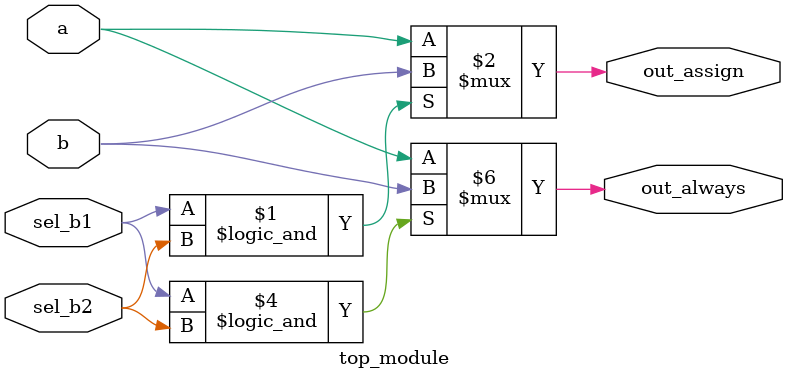
<source format=v>
module top_module(
    input a,
    input b,
    input sel_b1,
    input sel_b2,
    output wire out_assign,
    output reg out_always   ); 
    
    assign out_assign = (sel_b1 && sel_b2)? b: a;
    
    always @(*) begin
        if(sel_b1&& sel_b2)
            out_always = b;
        else
            out_always = a;
    end

endmodule

</source>
